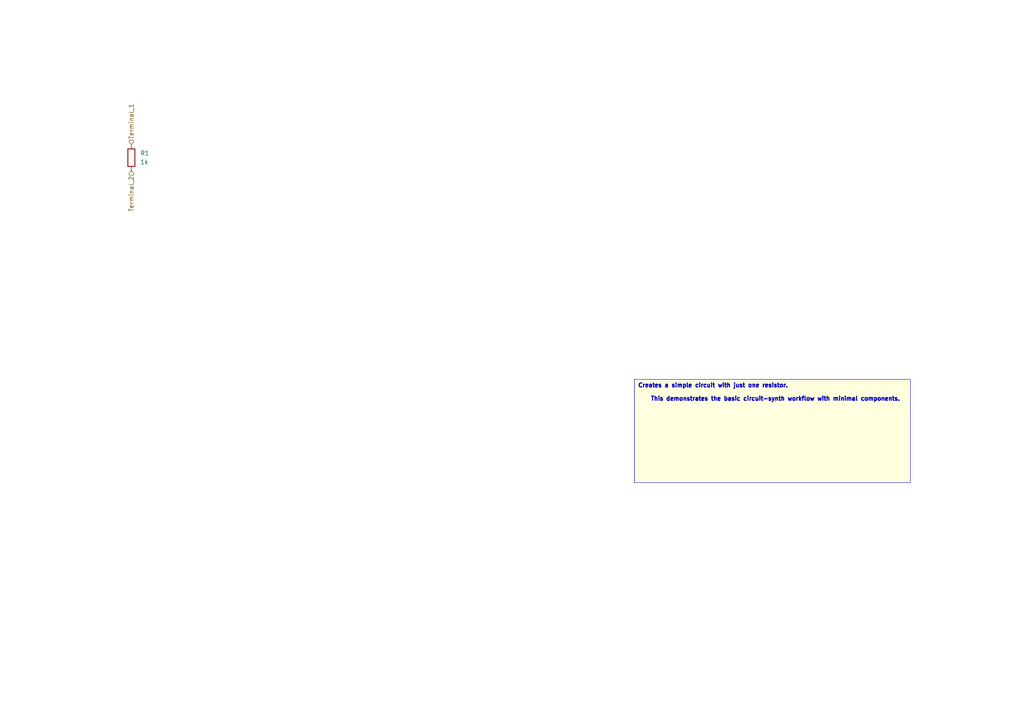
<source format=kicad_sch>
(kicad_sch (version 20250114) (generator "kicad_api") (generator_version 9.0)
  (paper A4)
  (paper A4)
  (lib_symbols
    (symbol "Device:R" (pin_numbers hide) (pin_names (offset 0.254))
      (property "Reference" "R" (at 0.0 0.0 0))
      (property "Value" "R" (at 0.0 0.0 0))
      (symbol "R_0_1"
        (rectangle (start -1.016 -2.54) (end 1.016 2.54) (stroke (width 0.254)))
      )
      (symbol "R_1_1"
        (pin passive line (at 0.0 3.81 270) (length 1.27) (name ~) (number "1"))
        (pin passive line (at 0.0 -3.81 90) (length 1.27) (name ~) (number "2"))
      )
    )
  )
  (title_block (title single_resistor) (date 2025-08-02) (company Circuit-Synth))
  (symbol (lib_id Device:R) (at 38.1 45.72 0)
    (property "Reference" "R1" (at 40.64 44.449999999999996 0) (effects (justify left)))
    (property "Value" "1k" (at 40.64 46.99 0) (effects (justify left)))
    (property "Footprint" "Resistor_SMD:R_0603_1608Metric" (effects (hide yes)))
    (instances (project "circuit" (path "" (reference R1) (unit 1))) (project "Single_Resistor_Circuit" (path "" (reference R1) (unit 1))))
  )
  (hierarchical_label Terminal_1 (shape input) (at 38.1 41.91 90))
  (hierarchical_label Terminal_2 (shape input) (at 38.1 49.53 270))
  (text_box "Creates a simple circuit with just one resistor.\n    \n    This demonstrates the basic circuit-synth workflow with minimal components." (exclude_from_sim yes) (at 184.0 110.0 0) (size 80.0 30.0) (margins 1.0 1.0 1.0 1.0) (stroke (width 0.1)) (fill (type color) (color 255 255 224 1)) (effects (font (size 1.2 1.2) (thickness 0.254)) (justify left top)))
  (text_box "Creates a simple circuit with just one resistor.\n    \n    This demonstrates the basic circuit-synth workflow with minimal components." (exclude_from_sim yes) (at 184.0 110.0 0) (size 80.0 30.0) (margins 1.0 1.0 1.0 1.0) (stroke (width 0.1)) (fill (type color) (color 255 255 224 1)) (effects (font (size 1.2 1.2) (thickness 0.254)) (justify left top)))
)
</source>
